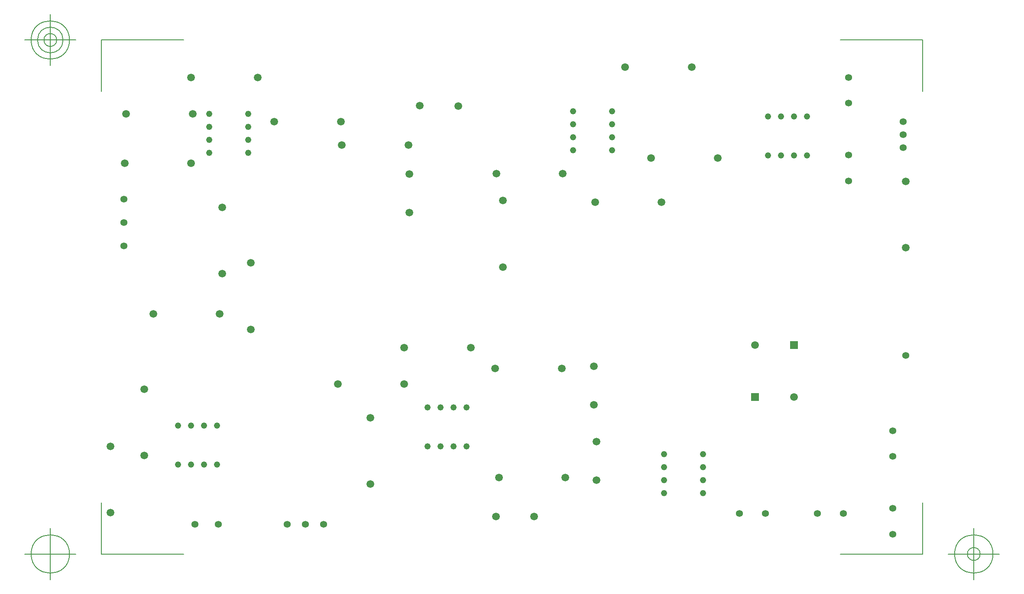
<source format=gbr>
G04 Generated by Ultiboard 11.0 *
%FSLAX25Y25*%
%MOIN*%

%ADD10C,0.00500*%
%ADD11R,0.05906X0.05906*%
%ADD12C,0.05906*%
%ADD13C,0.05337*%
%ADD14C,0.04900*%


G04 ColorRGB 9900CC for the following layer *
%LNSolder Mask Bottom*%
%LPD*%
%FSLAX25Y25*%
%MOIN*%
G54D10*
X-1000Y-1000D02*
X-1000Y38570D01*
X-1000Y-1000D02*
X62192Y-1000D01*
X630921Y-1000D02*
X567729Y-1000D01*
X630921Y-1000D02*
X630921Y38570D01*
X630921Y394701D02*
X630921Y355131D01*
X630921Y394701D02*
X567729Y394701D01*
X-1000Y394701D02*
X62192Y394701D01*
X-1000Y394701D02*
X-1000Y355131D01*
X-20685Y-1000D02*
X-60055Y-1000D01*
X-40370Y-20685D02*
X-40370Y18685D01*
X-55134Y-1000D02*
G75*
D01*
G02X-55134Y-1000I14764J0*
G01*
X650606Y-1000D02*
X689976Y-1000D01*
X670291Y-20685D02*
X670291Y18685D01*
X655528Y-1000D02*
G75*
D01*
G02X655528Y-1000I14764J0*
G01*
X665370Y-1000D02*
G75*
D01*
G02X665370Y-1000I4921J0*
G01*
X-20685Y394701D02*
X-60055Y394701D01*
X-40370Y375016D02*
X-40370Y414386D01*
X-55134Y394701D02*
G75*
D01*
G02X-55134Y394701I14764J0*
G01*
X-50213Y394701D02*
G75*
D01*
G02X-50213Y394701I9843J0*
G01*
X-45291Y394701D02*
G75*
D01*
G02X-45291Y394701I4921J0*
G01*
G54D11*
X502000Y120000D03*
X532000Y160000D03*
G54D12*
X502000Y160000D03*
X244000Y344197D03*
X273528Y344000D03*
X235803Y262000D03*
X236000Y291528D03*
X232000Y158000D03*
X283181Y158000D03*
X92000Y214819D03*
X92000Y266000D03*
X114000Y172000D03*
X114000Y223181D03*
X32000Y126000D03*
X32000Y74819D03*
X6000Y30819D03*
X6000Y82000D03*
X38819Y184000D03*
X90000Y184000D03*
X180819Y130000D03*
X232000Y130000D03*
X206000Y52819D03*
X206000Y104000D03*
X68000Y366000D03*
X119181Y366000D03*
X18000Y338000D03*
X69181Y338000D03*
X16819Y300000D03*
X68000Y300000D03*
X184000Y314000D03*
X235181Y314000D03*
X132000Y332000D03*
X183181Y332000D03*
X308000Y220000D03*
X308000Y271181D03*
X377803Y114000D03*
X378000Y143528D03*
X380000Y85528D03*
X379803Y56000D03*
X304819Y58000D03*
X356000Y58000D03*
X302472Y28000D03*
X332000Y27803D03*
X302000Y142000D03*
X353181Y142000D03*
X378819Y270000D03*
X430000Y270000D03*
X302819Y292000D03*
X354000Y292000D03*
X402000Y374000D03*
X453181Y374000D03*
X422000Y304000D03*
X473181Y304000D03*
X618000Y234819D03*
X618000Y286000D03*
X532000Y120000D03*
G54D13*
X490028Y30043D03*
X570003Y30011D03*
X510020Y30042D03*
X550020Y30017D03*
X16331Y254142D03*
X16331Y236268D03*
X16331Y272016D03*
X156000Y22000D03*
X142063Y22000D03*
X169937Y22000D03*
X71063Y22000D03*
X88937Y22000D03*
X618000Y152000D03*
X607958Y34020D03*
X607957Y14028D03*
X607989Y94003D03*
X607983Y74020D03*
X573957Y286028D03*
X573958Y306020D03*
X573983Y346020D03*
X573989Y366003D03*
X616000Y312000D03*
X616000Y332000D03*
X616000Y322000D03*
G54D14*
X250000Y82000D03*
X250000Y112000D03*
X280000Y82000D03*
X280000Y112000D03*
X270000Y82000D03*
X260000Y82000D03*
X270000Y112000D03*
X260000Y112000D03*
X58000Y98000D03*
X58000Y68000D03*
X88000Y98000D03*
X68000Y98000D03*
X78000Y98000D03*
X78000Y68000D03*
X68000Y68000D03*
X88000Y68000D03*
X82000Y318000D03*
X112000Y318000D03*
X82000Y308000D03*
X112000Y308000D03*
X82000Y338000D03*
X82000Y328000D03*
X112000Y338000D03*
X112000Y328000D03*
X432000Y66000D03*
X432000Y46000D03*
X432000Y56000D03*
X432000Y76000D03*
X462000Y66000D03*
X462000Y46000D03*
X462000Y56000D03*
X462000Y76000D03*
X362000Y310000D03*
X362000Y330000D03*
X362000Y320000D03*
X362000Y340000D03*
X392000Y310000D03*
X392000Y330000D03*
X392000Y320000D03*
X392000Y340000D03*
X532000Y306000D03*
X522000Y306000D03*
X512000Y306000D03*
X542000Y306000D03*
X532000Y336000D03*
X522000Y336000D03*
X512000Y336000D03*
X542000Y336000D03*

M00*

</source>
